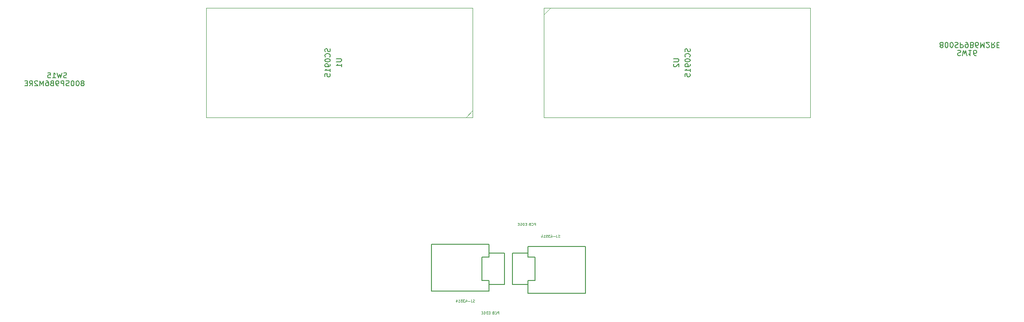
<source format=gbr>
%TF.GenerationSoftware,KiCad,Pcbnew,7.0.0-da2b9df05c~165~ubuntu22.04.1*%
%TF.CreationDate,2023-02-23T10:01:47+01:00*%
%TF.ProjectId,Europe-ergo,4575726f-7065-42d6-9572-676f2e6b6963,rev?*%
%TF.SameCoordinates,Original*%
%TF.FileFunction,AssemblyDrawing,Bot*%
%FSLAX46Y46*%
G04 Gerber Fmt 4.6, Leading zero omitted, Abs format (unit mm)*
G04 Created by KiCad (PCBNEW 7.0.0-da2b9df05c~165~ubuntu22.04.1) date 2023-02-23 10:01:47*
%MOMM*%
%LPD*%
G01*
G04 APERTURE LIST*
%ADD10C,0.150000*%
%ADD11C,0.120211*%
%ADD12C,0.120069*%
%ADD13C,0.127000*%
%ADD14C,0.120000*%
G04 APERTURE END LIST*
D10*
%TO.C,SW16*%
X395089809Y-49394047D02*
X394994571Y-49441666D01*
X394994571Y-49441666D02*
X394946952Y-49489285D01*
X394946952Y-49489285D02*
X394899333Y-49584523D01*
X394899333Y-49584523D02*
X394899333Y-49632142D01*
X394899333Y-49632142D02*
X394946952Y-49727380D01*
X394946952Y-49727380D02*
X394994571Y-49775000D01*
X394994571Y-49775000D02*
X395089809Y-49822619D01*
X395089809Y-49822619D02*
X395280285Y-49822619D01*
X395280285Y-49822619D02*
X395375523Y-49775000D01*
X395375523Y-49775000D02*
X395423142Y-49727380D01*
X395423142Y-49727380D02*
X395470761Y-49632142D01*
X395470761Y-49632142D02*
X395470761Y-49584523D01*
X395470761Y-49584523D02*
X395423142Y-49489285D01*
X395423142Y-49489285D02*
X395375523Y-49441666D01*
X395375523Y-49441666D02*
X395280285Y-49394047D01*
X395280285Y-49394047D02*
X395089809Y-49394047D01*
X395089809Y-49394047D02*
X394994571Y-49346428D01*
X394994571Y-49346428D02*
X394946952Y-49298809D01*
X394946952Y-49298809D02*
X394899333Y-49203571D01*
X394899333Y-49203571D02*
X394899333Y-49013095D01*
X394899333Y-49013095D02*
X394946952Y-48917857D01*
X394946952Y-48917857D02*
X394994571Y-48870238D01*
X394994571Y-48870238D02*
X395089809Y-48822619D01*
X395089809Y-48822619D02*
X395280285Y-48822619D01*
X395280285Y-48822619D02*
X395375523Y-48870238D01*
X395375523Y-48870238D02*
X395423142Y-48917857D01*
X395423142Y-48917857D02*
X395470761Y-49013095D01*
X395470761Y-49013095D02*
X395470761Y-49203571D01*
X395470761Y-49203571D02*
X395423142Y-49298809D01*
X395423142Y-49298809D02*
X395375523Y-49346428D01*
X395375523Y-49346428D02*
X395280285Y-49394047D01*
X396089809Y-49822619D02*
X396185047Y-49822619D01*
X396185047Y-49822619D02*
X396280285Y-49775000D01*
X396280285Y-49775000D02*
X396327904Y-49727380D01*
X396327904Y-49727380D02*
X396375523Y-49632142D01*
X396375523Y-49632142D02*
X396423142Y-49441666D01*
X396423142Y-49441666D02*
X396423142Y-49203571D01*
X396423142Y-49203571D02*
X396375523Y-49013095D01*
X396375523Y-49013095D02*
X396327904Y-48917857D01*
X396327904Y-48917857D02*
X396280285Y-48870238D01*
X396280285Y-48870238D02*
X396185047Y-48822619D01*
X396185047Y-48822619D02*
X396089809Y-48822619D01*
X396089809Y-48822619D02*
X395994571Y-48870238D01*
X395994571Y-48870238D02*
X395946952Y-48917857D01*
X395946952Y-48917857D02*
X395899333Y-49013095D01*
X395899333Y-49013095D02*
X395851714Y-49203571D01*
X395851714Y-49203571D02*
X395851714Y-49441666D01*
X395851714Y-49441666D02*
X395899333Y-49632142D01*
X395899333Y-49632142D02*
X395946952Y-49727380D01*
X395946952Y-49727380D02*
X395994571Y-49775000D01*
X395994571Y-49775000D02*
X396089809Y-49822619D01*
X397042190Y-49822619D02*
X397137428Y-49822619D01*
X397137428Y-49822619D02*
X397232666Y-49775000D01*
X397232666Y-49775000D02*
X397280285Y-49727380D01*
X397280285Y-49727380D02*
X397327904Y-49632142D01*
X397327904Y-49632142D02*
X397375523Y-49441666D01*
X397375523Y-49441666D02*
X397375523Y-49203571D01*
X397375523Y-49203571D02*
X397327904Y-49013095D01*
X397327904Y-49013095D02*
X397280285Y-48917857D01*
X397280285Y-48917857D02*
X397232666Y-48870238D01*
X397232666Y-48870238D02*
X397137428Y-48822619D01*
X397137428Y-48822619D02*
X397042190Y-48822619D01*
X397042190Y-48822619D02*
X396946952Y-48870238D01*
X396946952Y-48870238D02*
X396899333Y-48917857D01*
X396899333Y-48917857D02*
X396851714Y-49013095D01*
X396851714Y-49013095D02*
X396804095Y-49203571D01*
X396804095Y-49203571D02*
X396804095Y-49441666D01*
X396804095Y-49441666D02*
X396851714Y-49632142D01*
X396851714Y-49632142D02*
X396899333Y-49727380D01*
X396899333Y-49727380D02*
X396946952Y-49775000D01*
X396946952Y-49775000D02*
X397042190Y-49822619D01*
X397756476Y-48870238D02*
X397899333Y-48822619D01*
X397899333Y-48822619D02*
X398137428Y-48822619D01*
X398137428Y-48822619D02*
X398232666Y-48870238D01*
X398232666Y-48870238D02*
X398280285Y-48917857D01*
X398280285Y-48917857D02*
X398327904Y-49013095D01*
X398327904Y-49013095D02*
X398327904Y-49108333D01*
X398327904Y-49108333D02*
X398280285Y-49203571D01*
X398280285Y-49203571D02*
X398232666Y-49251190D01*
X398232666Y-49251190D02*
X398137428Y-49298809D01*
X398137428Y-49298809D02*
X397946952Y-49346428D01*
X397946952Y-49346428D02*
X397851714Y-49394047D01*
X397851714Y-49394047D02*
X397804095Y-49441666D01*
X397804095Y-49441666D02*
X397756476Y-49536904D01*
X397756476Y-49536904D02*
X397756476Y-49632142D01*
X397756476Y-49632142D02*
X397804095Y-49727380D01*
X397804095Y-49727380D02*
X397851714Y-49775000D01*
X397851714Y-49775000D02*
X397946952Y-49822619D01*
X397946952Y-49822619D02*
X398185047Y-49822619D01*
X398185047Y-49822619D02*
X398327904Y-49775000D01*
X398756476Y-48822619D02*
X398756476Y-49822619D01*
X398756476Y-49822619D02*
X399137428Y-49822619D01*
X399137428Y-49822619D02*
X399232666Y-49775000D01*
X399232666Y-49775000D02*
X399280285Y-49727380D01*
X399280285Y-49727380D02*
X399327904Y-49632142D01*
X399327904Y-49632142D02*
X399327904Y-49489285D01*
X399327904Y-49489285D02*
X399280285Y-49394047D01*
X399280285Y-49394047D02*
X399232666Y-49346428D01*
X399232666Y-49346428D02*
X399137428Y-49298809D01*
X399137428Y-49298809D02*
X398756476Y-49298809D01*
X399804095Y-48822619D02*
X399994571Y-48822619D01*
X399994571Y-48822619D02*
X400089809Y-48870238D01*
X400089809Y-48870238D02*
X400137428Y-48917857D01*
X400137428Y-48917857D02*
X400232666Y-49060714D01*
X400232666Y-49060714D02*
X400280285Y-49251190D01*
X400280285Y-49251190D02*
X400280285Y-49632142D01*
X400280285Y-49632142D02*
X400232666Y-49727380D01*
X400232666Y-49727380D02*
X400185047Y-49775000D01*
X400185047Y-49775000D02*
X400089809Y-49822619D01*
X400089809Y-49822619D02*
X399899333Y-49822619D01*
X399899333Y-49822619D02*
X399804095Y-49775000D01*
X399804095Y-49775000D02*
X399756476Y-49727380D01*
X399756476Y-49727380D02*
X399708857Y-49632142D01*
X399708857Y-49632142D02*
X399708857Y-49394047D01*
X399708857Y-49394047D02*
X399756476Y-49298809D01*
X399756476Y-49298809D02*
X399804095Y-49251190D01*
X399804095Y-49251190D02*
X399899333Y-49203571D01*
X399899333Y-49203571D02*
X400089809Y-49203571D01*
X400089809Y-49203571D02*
X400185047Y-49251190D01*
X400185047Y-49251190D02*
X400232666Y-49298809D01*
X400232666Y-49298809D02*
X400280285Y-49394047D01*
X401042190Y-49346428D02*
X401185047Y-49298809D01*
X401185047Y-49298809D02*
X401232666Y-49251190D01*
X401232666Y-49251190D02*
X401280285Y-49155952D01*
X401280285Y-49155952D02*
X401280285Y-49013095D01*
X401280285Y-49013095D02*
X401232666Y-48917857D01*
X401232666Y-48917857D02*
X401185047Y-48870238D01*
X401185047Y-48870238D02*
X401089809Y-48822619D01*
X401089809Y-48822619D02*
X400708857Y-48822619D01*
X400708857Y-48822619D02*
X400708857Y-49822619D01*
X400708857Y-49822619D02*
X401042190Y-49822619D01*
X401042190Y-49822619D02*
X401137428Y-49775000D01*
X401137428Y-49775000D02*
X401185047Y-49727380D01*
X401185047Y-49727380D02*
X401232666Y-49632142D01*
X401232666Y-49632142D02*
X401232666Y-49536904D01*
X401232666Y-49536904D02*
X401185047Y-49441666D01*
X401185047Y-49441666D02*
X401137428Y-49394047D01*
X401137428Y-49394047D02*
X401042190Y-49346428D01*
X401042190Y-49346428D02*
X400708857Y-49346428D01*
X402137428Y-49822619D02*
X401946952Y-49822619D01*
X401946952Y-49822619D02*
X401851714Y-49775000D01*
X401851714Y-49775000D02*
X401804095Y-49727380D01*
X401804095Y-49727380D02*
X401708857Y-49584523D01*
X401708857Y-49584523D02*
X401661238Y-49394047D01*
X401661238Y-49394047D02*
X401661238Y-49013095D01*
X401661238Y-49013095D02*
X401708857Y-48917857D01*
X401708857Y-48917857D02*
X401756476Y-48870238D01*
X401756476Y-48870238D02*
X401851714Y-48822619D01*
X401851714Y-48822619D02*
X402042190Y-48822619D01*
X402042190Y-48822619D02*
X402137428Y-48870238D01*
X402137428Y-48870238D02*
X402185047Y-48917857D01*
X402185047Y-48917857D02*
X402232666Y-49013095D01*
X402232666Y-49013095D02*
X402232666Y-49251190D01*
X402232666Y-49251190D02*
X402185047Y-49346428D01*
X402185047Y-49346428D02*
X402137428Y-49394047D01*
X402137428Y-49394047D02*
X402042190Y-49441666D01*
X402042190Y-49441666D02*
X401851714Y-49441666D01*
X401851714Y-49441666D02*
X401756476Y-49394047D01*
X401756476Y-49394047D02*
X401708857Y-49346428D01*
X401708857Y-49346428D02*
X401661238Y-49251190D01*
X402661238Y-48822619D02*
X402661238Y-49822619D01*
X402661238Y-49822619D02*
X402994571Y-49108333D01*
X402994571Y-49108333D02*
X403327904Y-49822619D01*
X403327904Y-49822619D02*
X403327904Y-48822619D01*
X403756476Y-49727380D02*
X403804095Y-49775000D01*
X403804095Y-49775000D02*
X403899333Y-49822619D01*
X403899333Y-49822619D02*
X404137428Y-49822619D01*
X404137428Y-49822619D02*
X404232666Y-49775000D01*
X404232666Y-49775000D02*
X404280285Y-49727380D01*
X404280285Y-49727380D02*
X404327904Y-49632142D01*
X404327904Y-49632142D02*
X404327904Y-49536904D01*
X404327904Y-49536904D02*
X404280285Y-49394047D01*
X404280285Y-49394047D02*
X403708857Y-48822619D01*
X403708857Y-48822619D02*
X404327904Y-48822619D01*
X405327904Y-48822619D02*
X404994571Y-49298809D01*
X404756476Y-48822619D02*
X404756476Y-49822619D01*
X404756476Y-49822619D02*
X405137428Y-49822619D01*
X405137428Y-49822619D02*
X405232666Y-49775000D01*
X405232666Y-49775000D02*
X405280285Y-49727380D01*
X405280285Y-49727380D02*
X405327904Y-49632142D01*
X405327904Y-49632142D02*
X405327904Y-49489285D01*
X405327904Y-49489285D02*
X405280285Y-49394047D01*
X405280285Y-49394047D02*
X405232666Y-49346428D01*
X405232666Y-49346428D02*
X405137428Y-49298809D01*
X405137428Y-49298809D02*
X404756476Y-49298809D01*
X405756476Y-49346428D02*
X406089809Y-49346428D01*
X406232666Y-48822619D02*
X405756476Y-48822619D01*
X405756476Y-48822619D02*
X405756476Y-49822619D01*
X405756476Y-49822619D02*
X406232666Y-49822619D01*
X398248476Y-50394238D02*
X398391333Y-50346619D01*
X398391333Y-50346619D02*
X398629428Y-50346619D01*
X398629428Y-50346619D02*
X398724666Y-50394238D01*
X398724666Y-50394238D02*
X398772285Y-50441857D01*
X398772285Y-50441857D02*
X398819904Y-50537095D01*
X398819904Y-50537095D02*
X398819904Y-50632333D01*
X398819904Y-50632333D02*
X398772285Y-50727571D01*
X398772285Y-50727571D02*
X398724666Y-50775190D01*
X398724666Y-50775190D02*
X398629428Y-50822809D01*
X398629428Y-50822809D02*
X398438952Y-50870428D01*
X398438952Y-50870428D02*
X398343714Y-50918047D01*
X398343714Y-50918047D02*
X398296095Y-50965666D01*
X398296095Y-50965666D02*
X398248476Y-51060904D01*
X398248476Y-51060904D02*
X398248476Y-51156142D01*
X398248476Y-51156142D02*
X398296095Y-51251380D01*
X398296095Y-51251380D02*
X398343714Y-51299000D01*
X398343714Y-51299000D02*
X398438952Y-51346619D01*
X398438952Y-51346619D02*
X398677047Y-51346619D01*
X398677047Y-51346619D02*
X398819904Y-51299000D01*
X399153238Y-51346619D02*
X399391333Y-50346619D01*
X399391333Y-50346619D02*
X399581809Y-51060904D01*
X399581809Y-51060904D02*
X399772285Y-50346619D01*
X399772285Y-50346619D02*
X400010381Y-51346619D01*
X400915142Y-50346619D02*
X400343714Y-50346619D01*
X400629428Y-50346619D02*
X400629428Y-51346619D01*
X400629428Y-51346619D02*
X400534190Y-51203761D01*
X400534190Y-51203761D02*
X400438952Y-51108523D01*
X400438952Y-51108523D02*
X400343714Y-51060904D01*
X401772285Y-51346619D02*
X401581809Y-51346619D01*
X401581809Y-51346619D02*
X401486571Y-51299000D01*
X401486571Y-51299000D02*
X401438952Y-51251380D01*
X401438952Y-51251380D02*
X401343714Y-51108523D01*
X401343714Y-51108523D02*
X401296095Y-50918047D01*
X401296095Y-50918047D02*
X401296095Y-50537095D01*
X401296095Y-50537095D02*
X401343714Y-50441857D01*
X401343714Y-50441857D02*
X401391333Y-50394238D01*
X401391333Y-50394238D02*
X401486571Y-50346619D01*
X401486571Y-50346619D02*
X401677047Y-50346619D01*
X401677047Y-50346619D02*
X401772285Y-50394238D01*
X401772285Y-50394238D02*
X401819904Y-50441857D01*
X401819904Y-50441857D02*
X401867523Y-50537095D01*
X401867523Y-50537095D02*
X401867523Y-50775190D01*
X401867523Y-50775190D02*
X401819904Y-50870428D01*
X401819904Y-50870428D02*
X401772285Y-50918047D01*
X401772285Y-50918047D02*
X401677047Y-50965666D01*
X401677047Y-50965666D02*
X401486571Y-50965666D01*
X401486571Y-50965666D02*
X401391333Y-50918047D01*
X401391333Y-50918047D02*
X401343714Y-50870428D01*
X401343714Y-50870428D02*
X401296095Y-50775190D01*
%TO.C,SW15*%
X230920190Y-56605952D02*
X231015428Y-56558333D01*
X231015428Y-56558333D02*
X231063047Y-56510714D01*
X231063047Y-56510714D02*
X231110666Y-56415476D01*
X231110666Y-56415476D02*
X231110666Y-56367857D01*
X231110666Y-56367857D02*
X231063047Y-56272619D01*
X231063047Y-56272619D02*
X231015428Y-56225000D01*
X231015428Y-56225000D02*
X230920190Y-56177380D01*
X230920190Y-56177380D02*
X230729714Y-56177380D01*
X230729714Y-56177380D02*
X230634476Y-56225000D01*
X230634476Y-56225000D02*
X230586857Y-56272619D01*
X230586857Y-56272619D02*
X230539238Y-56367857D01*
X230539238Y-56367857D02*
X230539238Y-56415476D01*
X230539238Y-56415476D02*
X230586857Y-56510714D01*
X230586857Y-56510714D02*
X230634476Y-56558333D01*
X230634476Y-56558333D02*
X230729714Y-56605952D01*
X230729714Y-56605952D02*
X230920190Y-56605952D01*
X230920190Y-56605952D02*
X231015428Y-56653571D01*
X231015428Y-56653571D02*
X231063047Y-56701190D01*
X231063047Y-56701190D02*
X231110666Y-56796428D01*
X231110666Y-56796428D02*
X231110666Y-56986904D01*
X231110666Y-56986904D02*
X231063047Y-57082142D01*
X231063047Y-57082142D02*
X231015428Y-57129761D01*
X231015428Y-57129761D02*
X230920190Y-57177380D01*
X230920190Y-57177380D02*
X230729714Y-57177380D01*
X230729714Y-57177380D02*
X230634476Y-57129761D01*
X230634476Y-57129761D02*
X230586857Y-57082142D01*
X230586857Y-57082142D02*
X230539238Y-56986904D01*
X230539238Y-56986904D02*
X230539238Y-56796428D01*
X230539238Y-56796428D02*
X230586857Y-56701190D01*
X230586857Y-56701190D02*
X230634476Y-56653571D01*
X230634476Y-56653571D02*
X230729714Y-56605952D01*
X229920190Y-56177380D02*
X229824952Y-56177380D01*
X229824952Y-56177380D02*
X229729714Y-56225000D01*
X229729714Y-56225000D02*
X229682095Y-56272619D01*
X229682095Y-56272619D02*
X229634476Y-56367857D01*
X229634476Y-56367857D02*
X229586857Y-56558333D01*
X229586857Y-56558333D02*
X229586857Y-56796428D01*
X229586857Y-56796428D02*
X229634476Y-56986904D01*
X229634476Y-56986904D02*
X229682095Y-57082142D01*
X229682095Y-57082142D02*
X229729714Y-57129761D01*
X229729714Y-57129761D02*
X229824952Y-57177380D01*
X229824952Y-57177380D02*
X229920190Y-57177380D01*
X229920190Y-57177380D02*
X230015428Y-57129761D01*
X230015428Y-57129761D02*
X230063047Y-57082142D01*
X230063047Y-57082142D02*
X230110666Y-56986904D01*
X230110666Y-56986904D02*
X230158285Y-56796428D01*
X230158285Y-56796428D02*
X230158285Y-56558333D01*
X230158285Y-56558333D02*
X230110666Y-56367857D01*
X230110666Y-56367857D02*
X230063047Y-56272619D01*
X230063047Y-56272619D02*
X230015428Y-56225000D01*
X230015428Y-56225000D02*
X229920190Y-56177380D01*
X228967809Y-56177380D02*
X228872571Y-56177380D01*
X228872571Y-56177380D02*
X228777333Y-56225000D01*
X228777333Y-56225000D02*
X228729714Y-56272619D01*
X228729714Y-56272619D02*
X228682095Y-56367857D01*
X228682095Y-56367857D02*
X228634476Y-56558333D01*
X228634476Y-56558333D02*
X228634476Y-56796428D01*
X228634476Y-56796428D02*
X228682095Y-56986904D01*
X228682095Y-56986904D02*
X228729714Y-57082142D01*
X228729714Y-57082142D02*
X228777333Y-57129761D01*
X228777333Y-57129761D02*
X228872571Y-57177380D01*
X228872571Y-57177380D02*
X228967809Y-57177380D01*
X228967809Y-57177380D02*
X229063047Y-57129761D01*
X229063047Y-57129761D02*
X229110666Y-57082142D01*
X229110666Y-57082142D02*
X229158285Y-56986904D01*
X229158285Y-56986904D02*
X229205904Y-56796428D01*
X229205904Y-56796428D02*
X229205904Y-56558333D01*
X229205904Y-56558333D02*
X229158285Y-56367857D01*
X229158285Y-56367857D02*
X229110666Y-56272619D01*
X229110666Y-56272619D02*
X229063047Y-56225000D01*
X229063047Y-56225000D02*
X228967809Y-56177380D01*
X228253523Y-57129761D02*
X228110666Y-57177380D01*
X228110666Y-57177380D02*
X227872571Y-57177380D01*
X227872571Y-57177380D02*
X227777333Y-57129761D01*
X227777333Y-57129761D02*
X227729714Y-57082142D01*
X227729714Y-57082142D02*
X227682095Y-56986904D01*
X227682095Y-56986904D02*
X227682095Y-56891666D01*
X227682095Y-56891666D02*
X227729714Y-56796428D01*
X227729714Y-56796428D02*
X227777333Y-56748809D01*
X227777333Y-56748809D02*
X227872571Y-56701190D01*
X227872571Y-56701190D02*
X228063047Y-56653571D01*
X228063047Y-56653571D02*
X228158285Y-56605952D01*
X228158285Y-56605952D02*
X228205904Y-56558333D01*
X228205904Y-56558333D02*
X228253523Y-56463095D01*
X228253523Y-56463095D02*
X228253523Y-56367857D01*
X228253523Y-56367857D02*
X228205904Y-56272619D01*
X228205904Y-56272619D02*
X228158285Y-56225000D01*
X228158285Y-56225000D02*
X228063047Y-56177380D01*
X228063047Y-56177380D02*
X227824952Y-56177380D01*
X227824952Y-56177380D02*
X227682095Y-56225000D01*
X227253523Y-57177380D02*
X227253523Y-56177380D01*
X227253523Y-56177380D02*
X226872571Y-56177380D01*
X226872571Y-56177380D02*
X226777333Y-56225000D01*
X226777333Y-56225000D02*
X226729714Y-56272619D01*
X226729714Y-56272619D02*
X226682095Y-56367857D01*
X226682095Y-56367857D02*
X226682095Y-56510714D01*
X226682095Y-56510714D02*
X226729714Y-56605952D01*
X226729714Y-56605952D02*
X226777333Y-56653571D01*
X226777333Y-56653571D02*
X226872571Y-56701190D01*
X226872571Y-56701190D02*
X227253523Y-56701190D01*
X226205904Y-57177380D02*
X226015428Y-57177380D01*
X226015428Y-57177380D02*
X225920190Y-57129761D01*
X225920190Y-57129761D02*
X225872571Y-57082142D01*
X225872571Y-57082142D02*
X225777333Y-56939285D01*
X225777333Y-56939285D02*
X225729714Y-56748809D01*
X225729714Y-56748809D02*
X225729714Y-56367857D01*
X225729714Y-56367857D02*
X225777333Y-56272619D01*
X225777333Y-56272619D02*
X225824952Y-56225000D01*
X225824952Y-56225000D02*
X225920190Y-56177380D01*
X225920190Y-56177380D02*
X226110666Y-56177380D01*
X226110666Y-56177380D02*
X226205904Y-56225000D01*
X226205904Y-56225000D02*
X226253523Y-56272619D01*
X226253523Y-56272619D02*
X226301142Y-56367857D01*
X226301142Y-56367857D02*
X226301142Y-56605952D01*
X226301142Y-56605952D02*
X226253523Y-56701190D01*
X226253523Y-56701190D02*
X226205904Y-56748809D01*
X226205904Y-56748809D02*
X226110666Y-56796428D01*
X226110666Y-56796428D02*
X225920190Y-56796428D01*
X225920190Y-56796428D02*
X225824952Y-56748809D01*
X225824952Y-56748809D02*
X225777333Y-56701190D01*
X225777333Y-56701190D02*
X225729714Y-56605952D01*
X224967809Y-56653571D02*
X224824952Y-56701190D01*
X224824952Y-56701190D02*
X224777333Y-56748809D01*
X224777333Y-56748809D02*
X224729714Y-56844047D01*
X224729714Y-56844047D02*
X224729714Y-56986904D01*
X224729714Y-56986904D02*
X224777333Y-57082142D01*
X224777333Y-57082142D02*
X224824952Y-57129761D01*
X224824952Y-57129761D02*
X224920190Y-57177380D01*
X224920190Y-57177380D02*
X225301142Y-57177380D01*
X225301142Y-57177380D02*
X225301142Y-56177380D01*
X225301142Y-56177380D02*
X224967809Y-56177380D01*
X224967809Y-56177380D02*
X224872571Y-56225000D01*
X224872571Y-56225000D02*
X224824952Y-56272619D01*
X224824952Y-56272619D02*
X224777333Y-56367857D01*
X224777333Y-56367857D02*
X224777333Y-56463095D01*
X224777333Y-56463095D02*
X224824952Y-56558333D01*
X224824952Y-56558333D02*
X224872571Y-56605952D01*
X224872571Y-56605952D02*
X224967809Y-56653571D01*
X224967809Y-56653571D02*
X225301142Y-56653571D01*
X223872571Y-56177380D02*
X224063047Y-56177380D01*
X224063047Y-56177380D02*
X224158285Y-56225000D01*
X224158285Y-56225000D02*
X224205904Y-56272619D01*
X224205904Y-56272619D02*
X224301142Y-56415476D01*
X224301142Y-56415476D02*
X224348761Y-56605952D01*
X224348761Y-56605952D02*
X224348761Y-56986904D01*
X224348761Y-56986904D02*
X224301142Y-57082142D01*
X224301142Y-57082142D02*
X224253523Y-57129761D01*
X224253523Y-57129761D02*
X224158285Y-57177380D01*
X224158285Y-57177380D02*
X223967809Y-57177380D01*
X223967809Y-57177380D02*
X223872571Y-57129761D01*
X223872571Y-57129761D02*
X223824952Y-57082142D01*
X223824952Y-57082142D02*
X223777333Y-56986904D01*
X223777333Y-56986904D02*
X223777333Y-56748809D01*
X223777333Y-56748809D02*
X223824952Y-56653571D01*
X223824952Y-56653571D02*
X223872571Y-56605952D01*
X223872571Y-56605952D02*
X223967809Y-56558333D01*
X223967809Y-56558333D02*
X224158285Y-56558333D01*
X224158285Y-56558333D02*
X224253523Y-56605952D01*
X224253523Y-56605952D02*
X224301142Y-56653571D01*
X224301142Y-56653571D02*
X224348761Y-56748809D01*
X223348761Y-57177380D02*
X223348761Y-56177380D01*
X223348761Y-56177380D02*
X223015428Y-56891666D01*
X223015428Y-56891666D02*
X222682095Y-56177380D01*
X222682095Y-56177380D02*
X222682095Y-57177380D01*
X222253523Y-56272619D02*
X222205904Y-56225000D01*
X222205904Y-56225000D02*
X222110666Y-56177380D01*
X222110666Y-56177380D02*
X221872571Y-56177380D01*
X221872571Y-56177380D02*
X221777333Y-56225000D01*
X221777333Y-56225000D02*
X221729714Y-56272619D01*
X221729714Y-56272619D02*
X221682095Y-56367857D01*
X221682095Y-56367857D02*
X221682095Y-56463095D01*
X221682095Y-56463095D02*
X221729714Y-56605952D01*
X221729714Y-56605952D02*
X222301142Y-57177380D01*
X222301142Y-57177380D02*
X221682095Y-57177380D01*
X220682095Y-57177380D02*
X221015428Y-56701190D01*
X221253523Y-57177380D02*
X221253523Y-56177380D01*
X221253523Y-56177380D02*
X220872571Y-56177380D01*
X220872571Y-56177380D02*
X220777333Y-56225000D01*
X220777333Y-56225000D02*
X220729714Y-56272619D01*
X220729714Y-56272619D02*
X220682095Y-56367857D01*
X220682095Y-56367857D02*
X220682095Y-56510714D01*
X220682095Y-56510714D02*
X220729714Y-56605952D01*
X220729714Y-56605952D02*
X220777333Y-56653571D01*
X220777333Y-56653571D02*
X220872571Y-56701190D01*
X220872571Y-56701190D02*
X221253523Y-56701190D01*
X220253523Y-56653571D02*
X219920190Y-56653571D01*
X219777333Y-57177380D02*
X220253523Y-57177380D01*
X220253523Y-57177380D02*
X220253523Y-56177380D01*
X220253523Y-56177380D02*
X219777333Y-56177380D01*
X227761523Y-55605761D02*
X227618666Y-55653380D01*
X227618666Y-55653380D02*
X227380571Y-55653380D01*
X227380571Y-55653380D02*
X227285333Y-55605761D01*
X227285333Y-55605761D02*
X227237714Y-55558142D01*
X227237714Y-55558142D02*
X227190095Y-55462904D01*
X227190095Y-55462904D02*
X227190095Y-55367666D01*
X227190095Y-55367666D02*
X227237714Y-55272428D01*
X227237714Y-55272428D02*
X227285333Y-55224809D01*
X227285333Y-55224809D02*
X227380571Y-55177190D01*
X227380571Y-55177190D02*
X227571047Y-55129571D01*
X227571047Y-55129571D02*
X227666285Y-55081952D01*
X227666285Y-55081952D02*
X227713904Y-55034333D01*
X227713904Y-55034333D02*
X227761523Y-54939095D01*
X227761523Y-54939095D02*
X227761523Y-54843857D01*
X227761523Y-54843857D02*
X227713904Y-54748619D01*
X227713904Y-54748619D02*
X227666285Y-54701000D01*
X227666285Y-54701000D02*
X227571047Y-54653380D01*
X227571047Y-54653380D02*
X227332952Y-54653380D01*
X227332952Y-54653380D02*
X227190095Y-54701000D01*
X226856761Y-54653380D02*
X226618666Y-55653380D01*
X226618666Y-55653380D02*
X226428190Y-54939095D01*
X226428190Y-54939095D02*
X226237714Y-55653380D01*
X226237714Y-55653380D02*
X225999619Y-54653380D01*
X225094857Y-55653380D02*
X225666285Y-55653380D01*
X225380571Y-55653380D02*
X225380571Y-54653380D01*
X225380571Y-54653380D02*
X225475809Y-54796238D01*
X225475809Y-54796238D02*
X225571047Y-54891476D01*
X225571047Y-54891476D02*
X225666285Y-54939095D01*
X224190095Y-54653380D02*
X224666285Y-54653380D01*
X224666285Y-54653380D02*
X224713904Y-55129571D01*
X224713904Y-55129571D02*
X224666285Y-55081952D01*
X224666285Y-55081952D02*
X224571047Y-55034333D01*
X224571047Y-55034333D02*
X224332952Y-55034333D01*
X224332952Y-55034333D02*
X224237714Y-55081952D01*
X224237714Y-55081952D02*
X224190095Y-55129571D01*
X224190095Y-55129571D02*
X224142476Y-55224809D01*
X224142476Y-55224809D02*
X224142476Y-55462904D01*
X224142476Y-55462904D02*
X224190095Y-55558142D01*
X224190095Y-55558142D02*
X224237714Y-55605761D01*
X224237714Y-55605761D02*
X224332952Y-55653380D01*
X224332952Y-55653380D02*
X224571047Y-55653380D01*
X224571047Y-55653380D02*
X224666285Y-55605761D01*
X224666285Y-55605761D02*
X224713904Y-55558142D01*
D11*
%TO.C,J2*%
X322099524Y-86197662D02*
X322030832Y-86220559D01*
X322030832Y-86220559D02*
X321916346Y-86220559D01*
X321916346Y-86220559D02*
X321870551Y-86197662D01*
X321870551Y-86197662D02*
X321847654Y-86174765D01*
X321847654Y-86174765D02*
X321824756Y-86128970D01*
X321824756Y-86128970D02*
X321824756Y-86083175D01*
X321824756Y-86083175D02*
X321847654Y-86037381D01*
X321847654Y-86037381D02*
X321870551Y-86014483D01*
X321870551Y-86014483D02*
X321916346Y-85991586D01*
X321916346Y-85991586D02*
X322007935Y-85968689D01*
X322007935Y-85968689D02*
X322053730Y-85945791D01*
X322053730Y-85945791D02*
X322076627Y-85922894D01*
X322076627Y-85922894D02*
X322099524Y-85877099D01*
X322099524Y-85877099D02*
X322099524Y-85831305D01*
X322099524Y-85831305D02*
X322076627Y-85785510D01*
X322076627Y-85785510D02*
X322053730Y-85762613D01*
X322053730Y-85762613D02*
X322007935Y-85739715D01*
X322007935Y-85739715D02*
X321893448Y-85739715D01*
X321893448Y-85739715D02*
X321824756Y-85762613D01*
X321481296Y-85739715D02*
X321481296Y-86083175D01*
X321481296Y-86083175D02*
X321504193Y-86151867D01*
X321504193Y-86151867D02*
X321549988Y-86197662D01*
X321549988Y-86197662D02*
X321618680Y-86220559D01*
X321618680Y-86220559D02*
X321664475Y-86220559D01*
X321252323Y-86037381D02*
X320885966Y-86037381D01*
X320450916Y-85899997D02*
X320450916Y-86220559D01*
X320565403Y-85716818D02*
X320679889Y-86060278D01*
X320679889Y-86060278D02*
X320382224Y-86060278D01*
X320244840Y-85739715D02*
X319947174Y-85739715D01*
X319947174Y-85739715D02*
X320107456Y-85922894D01*
X320107456Y-85922894D02*
X320038764Y-85922894D01*
X320038764Y-85922894D02*
X319992969Y-85945791D01*
X319992969Y-85945791D02*
X319970072Y-85968689D01*
X319970072Y-85968689D02*
X319947174Y-86014483D01*
X319947174Y-86014483D02*
X319947174Y-86128970D01*
X319947174Y-86128970D02*
X319970072Y-86174765D01*
X319970072Y-86174765D02*
X319992969Y-86197662D01*
X319992969Y-86197662D02*
X320038764Y-86220559D01*
X320038764Y-86220559D02*
X320176148Y-86220559D01*
X320176148Y-86220559D02*
X320221942Y-86197662D01*
X320221942Y-86197662D02*
X320244840Y-86174765D01*
X319512125Y-85739715D02*
X319741098Y-85739715D01*
X319741098Y-85739715D02*
X319763995Y-85968689D01*
X319763995Y-85968689D02*
X319741098Y-85945791D01*
X319741098Y-85945791D02*
X319695303Y-85922894D01*
X319695303Y-85922894D02*
X319580817Y-85922894D01*
X319580817Y-85922894D02*
X319535022Y-85945791D01*
X319535022Y-85945791D02*
X319512125Y-85968689D01*
X319512125Y-85968689D02*
X319489227Y-86014483D01*
X319489227Y-86014483D02*
X319489227Y-86128970D01*
X319489227Y-86128970D02*
X319512125Y-86174765D01*
X319512125Y-86174765D02*
X319535022Y-86197662D01*
X319535022Y-86197662D02*
X319580817Y-86220559D01*
X319580817Y-86220559D02*
X319695303Y-86220559D01*
X319695303Y-86220559D02*
X319741098Y-86197662D01*
X319741098Y-86197662D02*
X319763995Y-86174765D01*
X319031280Y-86220559D02*
X319306048Y-86220559D01*
X319168664Y-86220559D02*
X319168664Y-85739715D01*
X319168664Y-85739715D02*
X319214459Y-85808407D01*
X319214459Y-85808407D02*
X319260254Y-85854202D01*
X319260254Y-85854202D02*
X319306048Y-85877099D01*
X318619128Y-85899997D02*
X318619128Y-86220559D01*
X318733615Y-85716818D02*
X318848101Y-86060278D01*
X318848101Y-86060278D02*
X318550436Y-86060278D01*
D12*
X317486639Y-83921544D02*
X317486639Y-83441267D01*
X317486639Y-83441267D02*
X317303676Y-83441267D01*
X317303676Y-83441267D02*
X317257936Y-83464138D01*
X317257936Y-83464138D02*
X317235065Y-83487008D01*
X317235065Y-83487008D02*
X317212195Y-83532749D01*
X317212195Y-83532749D02*
X317212195Y-83601360D01*
X317212195Y-83601360D02*
X317235065Y-83647100D01*
X317235065Y-83647100D02*
X317257936Y-83669971D01*
X317257936Y-83669971D02*
X317303676Y-83692841D01*
X317303676Y-83692841D02*
X317486639Y-83692841D01*
X316731918Y-83875804D02*
X316754788Y-83898674D01*
X316754788Y-83898674D02*
X316823399Y-83921544D01*
X316823399Y-83921544D02*
X316869140Y-83921544D01*
X316869140Y-83921544D02*
X316937751Y-83898674D01*
X316937751Y-83898674D02*
X316983492Y-83852933D01*
X316983492Y-83852933D02*
X317006362Y-83807193D01*
X317006362Y-83807193D02*
X317029232Y-83715711D01*
X317029232Y-83715711D02*
X317029232Y-83647100D01*
X317029232Y-83647100D02*
X317006362Y-83555619D01*
X317006362Y-83555619D02*
X316983492Y-83509878D01*
X316983492Y-83509878D02*
X316937751Y-83464138D01*
X316937751Y-83464138D02*
X316869140Y-83441267D01*
X316869140Y-83441267D02*
X316823399Y-83441267D01*
X316823399Y-83441267D02*
X316754788Y-83464138D01*
X316754788Y-83464138D02*
X316731918Y-83487008D01*
X316365993Y-83669971D02*
X316297382Y-83692841D01*
X316297382Y-83692841D02*
X316274511Y-83715711D01*
X316274511Y-83715711D02*
X316251641Y-83761452D01*
X316251641Y-83761452D02*
X316251641Y-83830063D01*
X316251641Y-83830063D02*
X316274511Y-83875804D01*
X316274511Y-83875804D02*
X316297382Y-83898674D01*
X316297382Y-83898674D02*
X316343122Y-83921544D01*
X316343122Y-83921544D02*
X316526085Y-83921544D01*
X316526085Y-83921544D02*
X316526085Y-83441267D01*
X316526085Y-83441267D02*
X316365993Y-83441267D01*
X316365993Y-83441267D02*
X316320252Y-83464138D01*
X316320252Y-83464138D02*
X316297382Y-83487008D01*
X316297382Y-83487008D02*
X316274511Y-83532749D01*
X316274511Y-83532749D02*
X316274511Y-83578489D01*
X316274511Y-83578489D02*
X316297382Y-83624230D01*
X316297382Y-83624230D02*
X316320252Y-83647100D01*
X316320252Y-83647100D02*
X316365993Y-83669971D01*
X316365993Y-83669971D02*
X316526085Y-83669971D01*
X315757642Y-83669971D02*
X315597550Y-83669971D01*
X315528939Y-83921544D02*
X315757642Y-83921544D01*
X315757642Y-83921544D02*
X315757642Y-83441267D01*
X315757642Y-83441267D02*
X315528939Y-83441267D01*
X315323106Y-83921544D02*
X315323106Y-83441267D01*
X315323106Y-83441267D02*
X315208754Y-83441267D01*
X315208754Y-83441267D02*
X315140143Y-83464138D01*
X315140143Y-83464138D02*
X315094403Y-83509878D01*
X315094403Y-83509878D02*
X315071532Y-83555619D01*
X315071532Y-83555619D02*
X315048662Y-83647100D01*
X315048662Y-83647100D02*
X315048662Y-83715711D01*
X315048662Y-83715711D02*
X315071532Y-83807193D01*
X315071532Y-83807193D02*
X315094403Y-83852933D01*
X315094403Y-83852933D02*
X315140143Y-83898674D01*
X315140143Y-83898674D02*
X315208754Y-83921544D01*
X315208754Y-83921544D02*
X315323106Y-83921544D01*
X314591255Y-83464138D02*
X314636996Y-83441267D01*
X314636996Y-83441267D02*
X314705607Y-83441267D01*
X314705607Y-83441267D02*
X314774218Y-83464138D01*
X314774218Y-83464138D02*
X314819959Y-83509878D01*
X314819959Y-83509878D02*
X314842829Y-83555619D01*
X314842829Y-83555619D02*
X314865699Y-83647100D01*
X314865699Y-83647100D02*
X314865699Y-83715711D01*
X314865699Y-83715711D02*
X314842829Y-83807193D01*
X314842829Y-83807193D02*
X314819959Y-83852933D01*
X314819959Y-83852933D02*
X314774218Y-83898674D01*
X314774218Y-83898674D02*
X314705607Y-83921544D01*
X314705607Y-83921544D02*
X314659866Y-83921544D01*
X314659866Y-83921544D02*
X314591255Y-83898674D01*
X314591255Y-83898674D02*
X314568385Y-83875804D01*
X314568385Y-83875804D02*
X314568385Y-83715711D01*
X314568385Y-83715711D02*
X314659866Y-83715711D01*
X314362552Y-83669971D02*
X314202460Y-83669971D01*
X314133849Y-83921544D02*
X314362552Y-83921544D01*
X314362552Y-83921544D02*
X314362552Y-83441267D01*
X314362552Y-83441267D02*
X314133849Y-83441267D01*
D10*
%TO.C,U1*%
X278160761Y-50034524D02*
X278208380Y-50177381D01*
X278208380Y-50177381D02*
X278208380Y-50415476D01*
X278208380Y-50415476D02*
X278160761Y-50510714D01*
X278160761Y-50510714D02*
X278113142Y-50558333D01*
X278113142Y-50558333D02*
X278017904Y-50605952D01*
X278017904Y-50605952D02*
X277922666Y-50605952D01*
X277922666Y-50605952D02*
X277827428Y-50558333D01*
X277827428Y-50558333D02*
X277779809Y-50510714D01*
X277779809Y-50510714D02*
X277732190Y-50415476D01*
X277732190Y-50415476D02*
X277684571Y-50225000D01*
X277684571Y-50225000D02*
X277636952Y-50129762D01*
X277636952Y-50129762D02*
X277589333Y-50082143D01*
X277589333Y-50082143D02*
X277494095Y-50034524D01*
X277494095Y-50034524D02*
X277398857Y-50034524D01*
X277398857Y-50034524D02*
X277303619Y-50082143D01*
X277303619Y-50082143D02*
X277256000Y-50129762D01*
X277256000Y-50129762D02*
X277208380Y-50225000D01*
X277208380Y-50225000D02*
X277208380Y-50463095D01*
X277208380Y-50463095D02*
X277256000Y-50605952D01*
X278113142Y-51605952D02*
X278160761Y-51558333D01*
X278160761Y-51558333D02*
X278208380Y-51415476D01*
X278208380Y-51415476D02*
X278208380Y-51320238D01*
X278208380Y-51320238D02*
X278160761Y-51177381D01*
X278160761Y-51177381D02*
X278065523Y-51082143D01*
X278065523Y-51082143D02*
X277970285Y-51034524D01*
X277970285Y-51034524D02*
X277779809Y-50986905D01*
X277779809Y-50986905D02*
X277636952Y-50986905D01*
X277636952Y-50986905D02*
X277446476Y-51034524D01*
X277446476Y-51034524D02*
X277351238Y-51082143D01*
X277351238Y-51082143D02*
X277256000Y-51177381D01*
X277256000Y-51177381D02*
X277208380Y-51320238D01*
X277208380Y-51320238D02*
X277208380Y-51415476D01*
X277208380Y-51415476D02*
X277256000Y-51558333D01*
X277256000Y-51558333D02*
X277303619Y-51605952D01*
X277208380Y-52225000D02*
X277208380Y-52320238D01*
X277208380Y-52320238D02*
X277256000Y-52415476D01*
X277256000Y-52415476D02*
X277303619Y-52463095D01*
X277303619Y-52463095D02*
X277398857Y-52510714D01*
X277398857Y-52510714D02*
X277589333Y-52558333D01*
X277589333Y-52558333D02*
X277827428Y-52558333D01*
X277827428Y-52558333D02*
X278017904Y-52510714D01*
X278017904Y-52510714D02*
X278113142Y-52463095D01*
X278113142Y-52463095D02*
X278160761Y-52415476D01*
X278160761Y-52415476D02*
X278208380Y-52320238D01*
X278208380Y-52320238D02*
X278208380Y-52225000D01*
X278208380Y-52225000D02*
X278160761Y-52129762D01*
X278160761Y-52129762D02*
X278113142Y-52082143D01*
X278113142Y-52082143D02*
X278017904Y-52034524D01*
X278017904Y-52034524D02*
X277827428Y-51986905D01*
X277827428Y-51986905D02*
X277589333Y-51986905D01*
X277589333Y-51986905D02*
X277398857Y-52034524D01*
X277398857Y-52034524D02*
X277303619Y-52082143D01*
X277303619Y-52082143D02*
X277256000Y-52129762D01*
X277256000Y-52129762D02*
X277208380Y-52225000D01*
X278208380Y-53034524D02*
X278208380Y-53225000D01*
X278208380Y-53225000D02*
X278160761Y-53320238D01*
X278160761Y-53320238D02*
X278113142Y-53367857D01*
X278113142Y-53367857D02*
X277970285Y-53463095D01*
X277970285Y-53463095D02*
X277779809Y-53510714D01*
X277779809Y-53510714D02*
X277398857Y-53510714D01*
X277398857Y-53510714D02*
X277303619Y-53463095D01*
X277303619Y-53463095D02*
X277256000Y-53415476D01*
X277256000Y-53415476D02*
X277208380Y-53320238D01*
X277208380Y-53320238D02*
X277208380Y-53129762D01*
X277208380Y-53129762D02*
X277256000Y-53034524D01*
X277256000Y-53034524D02*
X277303619Y-52986905D01*
X277303619Y-52986905D02*
X277398857Y-52939286D01*
X277398857Y-52939286D02*
X277636952Y-52939286D01*
X277636952Y-52939286D02*
X277732190Y-52986905D01*
X277732190Y-52986905D02*
X277779809Y-53034524D01*
X277779809Y-53034524D02*
X277827428Y-53129762D01*
X277827428Y-53129762D02*
X277827428Y-53320238D01*
X277827428Y-53320238D02*
X277779809Y-53415476D01*
X277779809Y-53415476D02*
X277732190Y-53463095D01*
X277732190Y-53463095D02*
X277636952Y-53510714D01*
X278208380Y-54463095D02*
X278208380Y-53891667D01*
X278208380Y-54177381D02*
X277208380Y-54177381D01*
X277208380Y-54177381D02*
X277351238Y-54082143D01*
X277351238Y-54082143D02*
X277446476Y-53986905D01*
X277446476Y-53986905D02*
X277494095Y-53891667D01*
X277208380Y-55367857D02*
X277208380Y-54891667D01*
X277208380Y-54891667D02*
X277684571Y-54844048D01*
X277684571Y-54844048D02*
X277636952Y-54891667D01*
X277636952Y-54891667D02*
X277589333Y-54986905D01*
X277589333Y-54986905D02*
X277589333Y-55225000D01*
X277589333Y-55225000D02*
X277636952Y-55320238D01*
X277636952Y-55320238D02*
X277684571Y-55367857D01*
X277684571Y-55367857D02*
X277779809Y-55415476D01*
X277779809Y-55415476D02*
X278017904Y-55415476D01*
X278017904Y-55415476D02*
X278113142Y-55367857D01*
X278113142Y-55367857D02*
X278160761Y-55320238D01*
X278160761Y-55320238D02*
X278208380Y-55225000D01*
X278208380Y-55225000D02*
X278208380Y-54986905D01*
X278208380Y-54986905D02*
X278160761Y-54891667D01*
X278160761Y-54891667D02*
X278113142Y-54844048D01*
X279367380Y-51963095D02*
X280176904Y-51963095D01*
X280176904Y-51963095D02*
X280272142Y-52010714D01*
X280272142Y-52010714D02*
X280319761Y-52058333D01*
X280319761Y-52058333D02*
X280367380Y-52153571D01*
X280367380Y-52153571D02*
X280367380Y-52344047D01*
X280367380Y-52344047D02*
X280319761Y-52439285D01*
X280319761Y-52439285D02*
X280272142Y-52486904D01*
X280272142Y-52486904D02*
X280176904Y-52534523D01*
X280176904Y-52534523D02*
X279367380Y-52534523D01*
X280367380Y-53534523D02*
X280367380Y-52963095D01*
X280367380Y-53248809D02*
X279367380Y-53248809D01*
X279367380Y-53248809D02*
X279510238Y-53153571D01*
X279510238Y-53153571D02*
X279605476Y-53058333D01*
X279605476Y-53058333D02*
X279653095Y-52963095D01*
%TO.C,U2*%
X347028761Y-50034524D02*
X347076380Y-50177381D01*
X347076380Y-50177381D02*
X347076380Y-50415476D01*
X347076380Y-50415476D02*
X347028761Y-50510714D01*
X347028761Y-50510714D02*
X346981142Y-50558333D01*
X346981142Y-50558333D02*
X346885904Y-50605952D01*
X346885904Y-50605952D02*
X346790666Y-50605952D01*
X346790666Y-50605952D02*
X346695428Y-50558333D01*
X346695428Y-50558333D02*
X346647809Y-50510714D01*
X346647809Y-50510714D02*
X346600190Y-50415476D01*
X346600190Y-50415476D02*
X346552571Y-50225000D01*
X346552571Y-50225000D02*
X346504952Y-50129762D01*
X346504952Y-50129762D02*
X346457333Y-50082143D01*
X346457333Y-50082143D02*
X346362095Y-50034524D01*
X346362095Y-50034524D02*
X346266857Y-50034524D01*
X346266857Y-50034524D02*
X346171619Y-50082143D01*
X346171619Y-50082143D02*
X346124000Y-50129762D01*
X346124000Y-50129762D02*
X346076380Y-50225000D01*
X346076380Y-50225000D02*
X346076380Y-50463095D01*
X346076380Y-50463095D02*
X346124000Y-50605952D01*
X346981142Y-51605952D02*
X347028761Y-51558333D01*
X347028761Y-51558333D02*
X347076380Y-51415476D01*
X347076380Y-51415476D02*
X347076380Y-51320238D01*
X347076380Y-51320238D02*
X347028761Y-51177381D01*
X347028761Y-51177381D02*
X346933523Y-51082143D01*
X346933523Y-51082143D02*
X346838285Y-51034524D01*
X346838285Y-51034524D02*
X346647809Y-50986905D01*
X346647809Y-50986905D02*
X346504952Y-50986905D01*
X346504952Y-50986905D02*
X346314476Y-51034524D01*
X346314476Y-51034524D02*
X346219238Y-51082143D01*
X346219238Y-51082143D02*
X346124000Y-51177381D01*
X346124000Y-51177381D02*
X346076380Y-51320238D01*
X346076380Y-51320238D02*
X346076380Y-51415476D01*
X346076380Y-51415476D02*
X346124000Y-51558333D01*
X346124000Y-51558333D02*
X346171619Y-51605952D01*
X346076380Y-52225000D02*
X346076380Y-52320238D01*
X346076380Y-52320238D02*
X346124000Y-52415476D01*
X346124000Y-52415476D02*
X346171619Y-52463095D01*
X346171619Y-52463095D02*
X346266857Y-52510714D01*
X346266857Y-52510714D02*
X346457333Y-52558333D01*
X346457333Y-52558333D02*
X346695428Y-52558333D01*
X346695428Y-52558333D02*
X346885904Y-52510714D01*
X346885904Y-52510714D02*
X346981142Y-52463095D01*
X346981142Y-52463095D02*
X347028761Y-52415476D01*
X347028761Y-52415476D02*
X347076380Y-52320238D01*
X347076380Y-52320238D02*
X347076380Y-52225000D01*
X347076380Y-52225000D02*
X347028761Y-52129762D01*
X347028761Y-52129762D02*
X346981142Y-52082143D01*
X346981142Y-52082143D02*
X346885904Y-52034524D01*
X346885904Y-52034524D02*
X346695428Y-51986905D01*
X346695428Y-51986905D02*
X346457333Y-51986905D01*
X346457333Y-51986905D02*
X346266857Y-52034524D01*
X346266857Y-52034524D02*
X346171619Y-52082143D01*
X346171619Y-52082143D02*
X346124000Y-52129762D01*
X346124000Y-52129762D02*
X346076380Y-52225000D01*
X347076380Y-53034524D02*
X347076380Y-53225000D01*
X347076380Y-53225000D02*
X347028761Y-53320238D01*
X347028761Y-53320238D02*
X346981142Y-53367857D01*
X346981142Y-53367857D02*
X346838285Y-53463095D01*
X346838285Y-53463095D02*
X346647809Y-53510714D01*
X346647809Y-53510714D02*
X346266857Y-53510714D01*
X346266857Y-53510714D02*
X346171619Y-53463095D01*
X346171619Y-53463095D02*
X346124000Y-53415476D01*
X346124000Y-53415476D02*
X346076380Y-53320238D01*
X346076380Y-53320238D02*
X346076380Y-53129762D01*
X346076380Y-53129762D02*
X346124000Y-53034524D01*
X346124000Y-53034524D02*
X346171619Y-52986905D01*
X346171619Y-52986905D02*
X346266857Y-52939286D01*
X346266857Y-52939286D02*
X346504952Y-52939286D01*
X346504952Y-52939286D02*
X346600190Y-52986905D01*
X346600190Y-52986905D02*
X346647809Y-53034524D01*
X346647809Y-53034524D02*
X346695428Y-53129762D01*
X346695428Y-53129762D02*
X346695428Y-53320238D01*
X346695428Y-53320238D02*
X346647809Y-53415476D01*
X346647809Y-53415476D02*
X346600190Y-53463095D01*
X346600190Y-53463095D02*
X346504952Y-53510714D01*
X347076380Y-54463095D02*
X347076380Y-53891667D01*
X347076380Y-54177381D02*
X346076380Y-54177381D01*
X346076380Y-54177381D02*
X346219238Y-54082143D01*
X346219238Y-54082143D02*
X346314476Y-53986905D01*
X346314476Y-53986905D02*
X346362095Y-53891667D01*
X346076380Y-55367857D02*
X346076380Y-54891667D01*
X346076380Y-54891667D02*
X346552571Y-54844048D01*
X346552571Y-54844048D02*
X346504952Y-54891667D01*
X346504952Y-54891667D02*
X346457333Y-54986905D01*
X346457333Y-54986905D02*
X346457333Y-55225000D01*
X346457333Y-55225000D02*
X346504952Y-55320238D01*
X346504952Y-55320238D02*
X346552571Y-55367857D01*
X346552571Y-55367857D02*
X346647809Y-55415476D01*
X346647809Y-55415476D02*
X346885904Y-55415476D01*
X346885904Y-55415476D02*
X346981142Y-55367857D01*
X346981142Y-55367857D02*
X347028761Y-55320238D01*
X347028761Y-55320238D02*
X347076380Y-55225000D01*
X347076380Y-55225000D02*
X347076380Y-54986905D01*
X347076380Y-54986905D02*
X347028761Y-54891667D01*
X347028761Y-54891667D02*
X346981142Y-54844048D01*
X343917380Y-51963095D02*
X344726904Y-51963095D01*
X344726904Y-51963095D02*
X344822142Y-52010714D01*
X344822142Y-52010714D02*
X344869761Y-52058333D01*
X344869761Y-52058333D02*
X344917380Y-52153571D01*
X344917380Y-52153571D02*
X344917380Y-52344047D01*
X344917380Y-52344047D02*
X344869761Y-52439285D01*
X344869761Y-52439285D02*
X344822142Y-52486904D01*
X344822142Y-52486904D02*
X344726904Y-52534523D01*
X344726904Y-52534523D02*
X343917380Y-52534523D01*
X344012619Y-52963095D02*
X343965000Y-53010714D01*
X343965000Y-53010714D02*
X343917380Y-53105952D01*
X343917380Y-53105952D02*
X343917380Y-53344047D01*
X343917380Y-53344047D02*
X343965000Y-53439285D01*
X343965000Y-53439285D02*
X344012619Y-53486904D01*
X344012619Y-53486904D02*
X344107857Y-53534523D01*
X344107857Y-53534523D02*
X344203095Y-53534523D01*
X344203095Y-53534523D02*
X344345952Y-53486904D01*
X344345952Y-53486904D02*
X344917380Y-52915476D01*
X344917380Y-52915476D02*
X344917380Y-53534523D01*
D11*
%TO.C,J1*%
X305783160Y-98589850D02*
X305714468Y-98612747D01*
X305714468Y-98612747D02*
X305599982Y-98612747D01*
X305599982Y-98612747D02*
X305554187Y-98589850D01*
X305554187Y-98589850D02*
X305531290Y-98566953D01*
X305531290Y-98566953D02*
X305508392Y-98521158D01*
X305508392Y-98521158D02*
X305508392Y-98475363D01*
X305508392Y-98475363D02*
X305531290Y-98429569D01*
X305531290Y-98429569D02*
X305554187Y-98406671D01*
X305554187Y-98406671D02*
X305599982Y-98383774D01*
X305599982Y-98383774D02*
X305691571Y-98360877D01*
X305691571Y-98360877D02*
X305737366Y-98337979D01*
X305737366Y-98337979D02*
X305760263Y-98315082D01*
X305760263Y-98315082D02*
X305783160Y-98269287D01*
X305783160Y-98269287D02*
X305783160Y-98223493D01*
X305783160Y-98223493D02*
X305760263Y-98177698D01*
X305760263Y-98177698D02*
X305737366Y-98154801D01*
X305737366Y-98154801D02*
X305691571Y-98131903D01*
X305691571Y-98131903D02*
X305577084Y-98131903D01*
X305577084Y-98131903D02*
X305508392Y-98154801D01*
X305164932Y-98131903D02*
X305164932Y-98475363D01*
X305164932Y-98475363D02*
X305187829Y-98544055D01*
X305187829Y-98544055D02*
X305233624Y-98589850D01*
X305233624Y-98589850D02*
X305302316Y-98612747D01*
X305302316Y-98612747D02*
X305348111Y-98612747D01*
X304935959Y-98429569D02*
X304569602Y-98429569D01*
X304134552Y-98292185D02*
X304134552Y-98612747D01*
X304249039Y-98109006D02*
X304363525Y-98452466D01*
X304363525Y-98452466D02*
X304065860Y-98452466D01*
X303928476Y-98131903D02*
X303630810Y-98131903D01*
X303630810Y-98131903D02*
X303791092Y-98315082D01*
X303791092Y-98315082D02*
X303722400Y-98315082D01*
X303722400Y-98315082D02*
X303676605Y-98337979D01*
X303676605Y-98337979D02*
X303653708Y-98360877D01*
X303653708Y-98360877D02*
X303630810Y-98406671D01*
X303630810Y-98406671D02*
X303630810Y-98521158D01*
X303630810Y-98521158D02*
X303653708Y-98566953D01*
X303653708Y-98566953D02*
X303676605Y-98589850D01*
X303676605Y-98589850D02*
X303722400Y-98612747D01*
X303722400Y-98612747D02*
X303859784Y-98612747D01*
X303859784Y-98612747D02*
X303905578Y-98589850D01*
X303905578Y-98589850D02*
X303928476Y-98566953D01*
X303195761Y-98131903D02*
X303424734Y-98131903D01*
X303424734Y-98131903D02*
X303447631Y-98360877D01*
X303447631Y-98360877D02*
X303424734Y-98337979D01*
X303424734Y-98337979D02*
X303378939Y-98315082D01*
X303378939Y-98315082D02*
X303264453Y-98315082D01*
X303264453Y-98315082D02*
X303218658Y-98337979D01*
X303218658Y-98337979D02*
X303195761Y-98360877D01*
X303195761Y-98360877D02*
X303172863Y-98406671D01*
X303172863Y-98406671D02*
X303172863Y-98521158D01*
X303172863Y-98521158D02*
X303195761Y-98566953D01*
X303195761Y-98566953D02*
X303218658Y-98589850D01*
X303218658Y-98589850D02*
X303264453Y-98612747D01*
X303264453Y-98612747D02*
X303378939Y-98612747D01*
X303378939Y-98612747D02*
X303424734Y-98589850D01*
X303424734Y-98589850D02*
X303447631Y-98566953D01*
X302714916Y-98612747D02*
X302989684Y-98612747D01*
X302852300Y-98612747D02*
X302852300Y-98131903D01*
X302852300Y-98131903D02*
X302898095Y-98200595D01*
X302898095Y-98200595D02*
X302943890Y-98246390D01*
X302943890Y-98246390D02*
X302989684Y-98269287D01*
X302302764Y-98292185D02*
X302302764Y-98612747D01*
X302417251Y-98109006D02*
X302531737Y-98452466D01*
X302531737Y-98452466D02*
X302234072Y-98452466D01*
D12*
X310488279Y-100911344D02*
X310488279Y-100431067D01*
X310488279Y-100431067D02*
X310305316Y-100431067D01*
X310305316Y-100431067D02*
X310259576Y-100453938D01*
X310259576Y-100453938D02*
X310236705Y-100476808D01*
X310236705Y-100476808D02*
X310213835Y-100522549D01*
X310213835Y-100522549D02*
X310213835Y-100591160D01*
X310213835Y-100591160D02*
X310236705Y-100636900D01*
X310236705Y-100636900D02*
X310259576Y-100659771D01*
X310259576Y-100659771D02*
X310305316Y-100682641D01*
X310305316Y-100682641D02*
X310488279Y-100682641D01*
X309733558Y-100865604D02*
X309756428Y-100888474D01*
X309756428Y-100888474D02*
X309825039Y-100911344D01*
X309825039Y-100911344D02*
X309870780Y-100911344D01*
X309870780Y-100911344D02*
X309939391Y-100888474D01*
X309939391Y-100888474D02*
X309985132Y-100842733D01*
X309985132Y-100842733D02*
X310008002Y-100796993D01*
X310008002Y-100796993D02*
X310030872Y-100705511D01*
X310030872Y-100705511D02*
X310030872Y-100636900D01*
X310030872Y-100636900D02*
X310008002Y-100545419D01*
X310008002Y-100545419D02*
X309985132Y-100499678D01*
X309985132Y-100499678D02*
X309939391Y-100453938D01*
X309939391Y-100453938D02*
X309870780Y-100431067D01*
X309870780Y-100431067D02*
X309825039Y-100431067D01*
X309825039Y-100431067D02*
X309756428Y-100453938D01*
X309756428Y-100453938D02*
X309733558Y-100476808D01*
X309367633Y-100659771D02*
X309299022Y-100682641D01*
X309299022Y-100682641D02*
X309276151Y-100705511D01*
X309276151Y-100705511D02*
X309253281Y-100751252D01*
X309253281Y-100751252D02*
X309253281Y-100819863D01*
X309253281Y-100819863D02*
X309276151Y-100865604D01*
X309276151Y-100865604D02*
X309299022Y-100888474D01*
X309299022Y-100888474D02*
X309344762Y-100911344D01*
X309344762Y-100911344D02*
X309527725Y-100911344D01*
X309527725Y-100911344D02*
X309527725Y-100431067D01*
X309527725Y-100431067D02*
X309367633Y-100431067D01*
X309367633Y-100431067D02*
X309321892Y-100453938D01*
X309321892Y-100453938D02*
X309299022Y-100476808D01*
X309299022Y-100476808D02*
X309276151Y-100522549D01*
X309276151Y-100522549D02*
X309276151Y-100568289D01*
X309276151Y-100568289D02*
X309299022Y-100614030D01*
X309299022Y-100614030D02*
X309321892Y-100636900D01*
X309321892Y-100636900D02*
X309367633Y-100659771D01*
X309367633Y-100659771D02*
X309527725Y-100659771D01*
X308759282Y-100659771D02*
X308599190Y-100659771D01*
X308530579Y-100911344D02*
X308759282Y-100911344D01*
X308759282Y-100911344D02*
X308759282Y-100431067D01*
X308759282Y-100431067D02*
X308530579Y-100431067D01*
X308324746Y-100911344D02*
X308324746Y-100431067D01*
X308324746Y-100431067D02*
X308210394Y-100431067D01*
X308210394Y-100431067D02*
X308141783Y-100453938D01*
X308141783Y-100453938D02*
X308096043Y-100499678D01*
X308096043Y-100499678D02*
X308073172Y-100545419D01*
X308073172Y-100545419D02*
X308050302Y-100636900D01*
X308050302Y-100636900D02*
X308050302Y-100705511D01*
X308050302Y-100705511D02*
X308073172Y-100796993D01*
X308073172Y-100796993D02*
X308096043Y-100842733D01*
X308096043Y-100842733D02*
X308141783Y-100888474D01*
X308141783Y-100888474D02*
X308210394Y-100911344D01*
X308210394Y-100911344D02*
X308324746Y-100911344D01*
X307592895Y-100453938D02*
X307638636Y-100431067D01*
X307638636Y-100431067D02*
X307707247Y-100431067D01*
X307707247Y-100431067D02*
X307775858Y-100453938D01*
X307775858Y-100453938D02*
X307821599Y-100499678D01*
X307821599Y-100499678D02*
X307844469Y-100545419D01*
X307844469Y-100545419D02*
X307867339Y-100636900D01*
X307867339Y-100636900D02*
X307867339Y-100705511D01*
X307867339Y-100705511D02*
X307844469Y-100796993D01*
X307844469Y-100796993D02*
X307821599Y-100842733D01*
X307821599Y-100842733D02*
X307775858Y-100888474D01*
X307775858Y-100888474D02*
X307707247Y-100911344D01*
X307707247Y-100911344D02*
X307661506Y-100911344D01*
X307661506Y-100911344D02*
X307592895Y-100888474D01*
X307592895Y-100888474D02*
X307570025Y-100865604D01*
X307570025Y-100865604D02*
X307570025Y-100705511D01*
X307570025Y-100705511D02*
X307661506Y-100705511D01*
X307364192Y-100659771D02*
X307204100Y-100659771D01*
X307135489Y-100911344D02*
X307364192Y-100911344D01*
X307364192Y-100911344D02*
X307364192Y-100431067D01*
X307364192Y-100431067D02*
X307135489Y-100431067D01*
D13*
%TO.C,J2*%
X327075000Y-96950000D02*
X327075000Y-87950000D01*
X317375000Y-94500000D02*
X317375000Y-90000000D01*
X317375000Y-90000000D02*
X316075000Y-90000000D01*
X316075000Y-96950000D02*
X327075000Y-96950000D01*
X316075000Y-96950000D02*
X316075000Y-95250000D01*
X316075000Y-95250000D02*
X316075000Y-94500000D01*
X316075000Y-95250000D02*
X313075000Y-95250000D01*
X316075000Y-94500000D02*
X317375000Y-94500000D01*
X316075000Y-90000000D02*
X316075000Y-89250000D01*
X316075000Y-89250000D02*
X316075000Y-87950000D01*
X316075000Y-87950000D02*
X327075000Y-87950000D01*
X313075000Y-95250000D02*
X313075000Y-89250000D01*
X313075000Y-89250000D02*
X316075000Y-89250000D01*
D14*
%TO.C,U1*%
X305500000Y-42225000D02*
X254500000Y-42225000D01*
X254500000Y-42225000D02*
X254500000Y-63225000D01*
X305500000Y-63225000D02*
X305500000Y-42225000D01*
X304200000Y-63225000D02*
X305500000Y-61925000D01*
X254500000Y-63225000D02*
X305500000Y-63225000D01*
%TO.C,U2*%
X319050000Y-63225000D02*
X370050000Y-63225000D01*
X370050000Y-63225000D02*
X370050000Y-42225000D01*
X319050000Y-42225000D02*
X319050000Y-63225000D01*
X320350000Y-42225000D02*
X319050000Y-43525000D01*
X370050000Y-42225000D02*
X319050000Y-42225000D01*
D13*
%TO.C,J1*%
X297570000Y-87530000D02*
X297570000Y-96530000D01*
X307270000Y-89980000D02*
X307270000Y-94480000D01*
X307270000Y-94480000D02*
X308570000Y-94480000D01*
X308570000Y-87530000D02*
X297570000Y-87530000D01*
X308570000Y-87530000D02*
X308570000Y-89230000D01*
X308570000Y-89230000D02*
X308570000Y-89980000D01*
X308570000Y-89230000D02*
X311570000Y-89230000D01*
X308570000Y-89980000D02*
X307270000Y-89980000D01*
X308570000Y-94480000D02*
X308570000Y-95230000D01*
X308570000Y-95230000D02*
X308570000Y-96530000D01*
X308570000Y-96530000D02*
X297570000Y-96530000D01*
X311570000Y-89230000D02*
X311570000Y-95230000D01*
X311570000Y-95230000D02*
X308570000Y-95230000D01*
%TD*%
M02*

</source>
